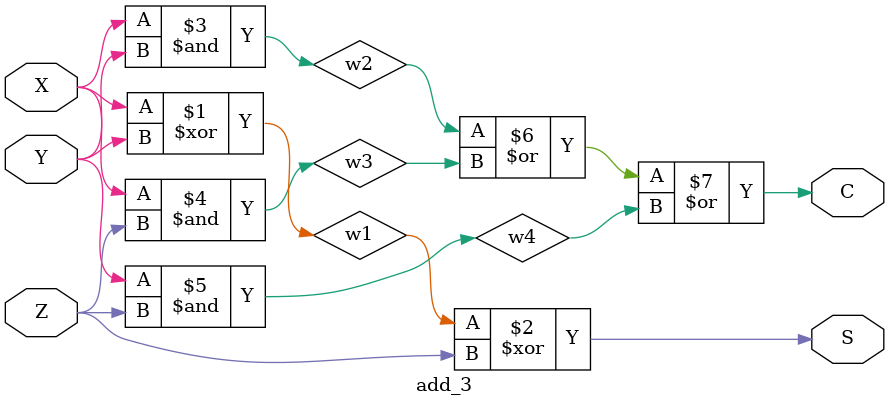
<source format=v>
`timescale 1ns/1ns
module add_3 (S,C,X,Y,Z);
  output  S,C;
  input   X,Y,Z;
  
  wire    w1,w2,w3,w4;
  
  xor g1  (w1,X,Y);
  xor g2  (S,w1,Z);
  
  and  g3  (w2,X,Y);
  and  g4  (w3,X,Z);
  and  g5  (w4,Y,Z);
  or  g6  (C,w2,w3,w4);
  
endmodule
  
  
  
  
  
</source>
